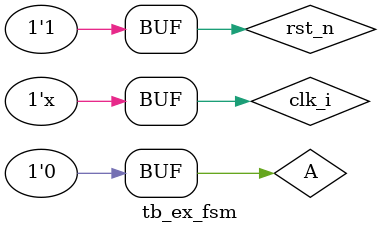
<source format=v>
`timescale 1ns / 1ps


module tb_ex_fsm(

    );
		reg                      		clk_i;
		reg                     		rst_n;
		reg                       		A;
		wire                   			K1;
		wire                  			K2;
	
	state3 state3_instant(
		.clk_i (clk_i)  ,
		.rst_n (rst_n)  ,
		.A     (A)    ,
		.K1    (K1)   ,
		.K2    (K2) 
    );
	
	localparam    CLK_P  = 1;
	always # CLK_P  clk_i = ~ clk_i;
	
	initial begin
		clk_i =0;
		rst_n =0;
		#10;
		rst_n=1;
		#50
		A = 1;
		#2
		A =0;
		#2
		A = 1;
		#4;
		A= 0;
	end	
	
endmodule

</source>
